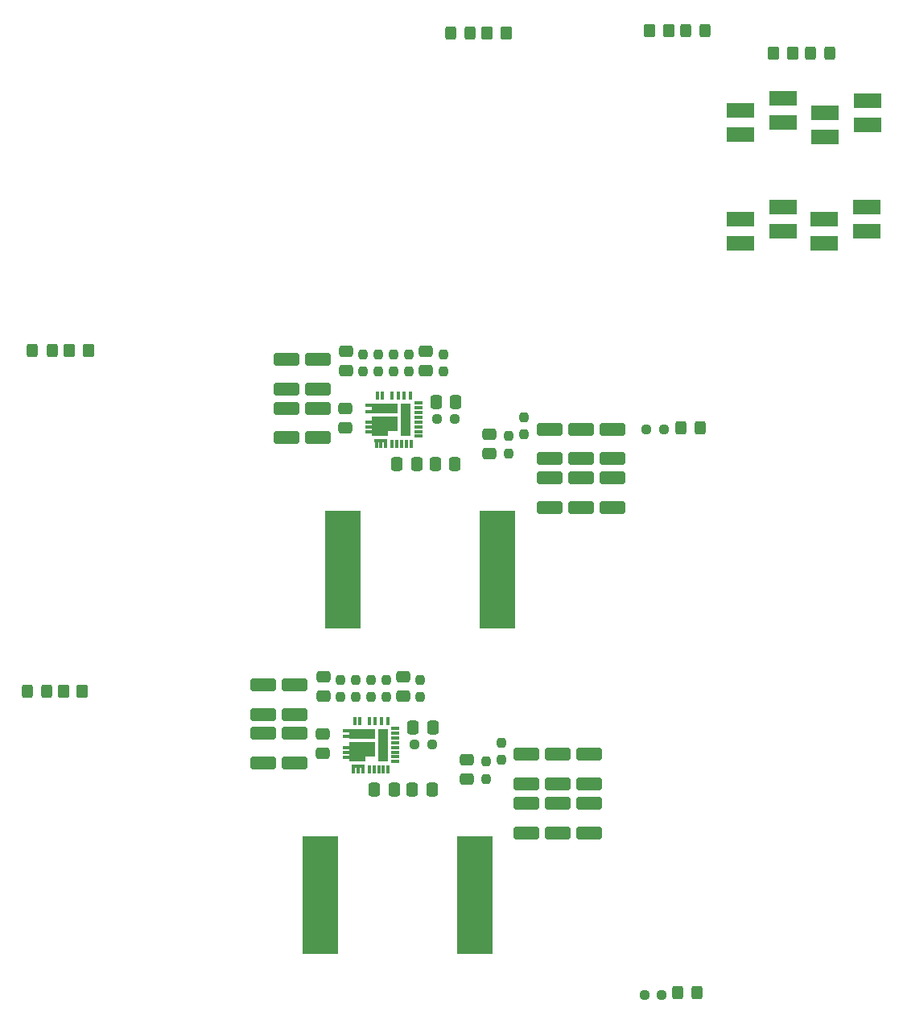
<source format=gbr>
%TF.GenerationSoftware,KiCad,Pcbnew,(6.0.2)*%
%TF.CreationDate,2022-03-05T17:59:28+01:00*%
%TF.ProjectId,Carte_Alim_V6_2022,43617274-655f-4416-9c69-6d5f56365f32,rev?*%
%TF.SameCoordinates,Original*%
%TF.FileFunction,Paste,Top*%
%TF.FilePolarity,Positive*%
%FSLAX46Y46*%
G04 Gerber Fmt 4.6, Leading zero omitted, Abs format (unit mm)*
G04 Created by KiCad (PCBNEW (6.0.2)) date 2022-03-05 17:59:28*
%MOMM*%
%LPD*%
G01*
G04 APERTURE LIST*
G04 Aperture macros list*
%AMRoundRect*
0 Rectangle with rounded corners*
0 $1 Rounding radius*
0 $2 $3 $4 $5 $6 $7 $8 $9 X,Y pos of 4 corners*
0 Add a 4 corners polygon primitive as box body*
4,1,4,$2,$3,$4,$5,$6,$7,$8,$9,$2,$3,0*
0 Add four circle primitives for the rounded corners*
1,1,$1+$1,$2,$3*
1,1,$1+$1,$4,$5*
1,1,$1+$1,$6,$7*
1,1,$1+$1,$8,$9*
0 Add four rect primitives between the rounded corners*
20,1,$1+$1,$2,$3,$4,$5,0*
20,1,$1+$1,$4,$5,$6,$7,0*
20,1,$1+$1,$6,$7,$8,$9,0*
20,1,$1+$1,$8,$9,$2,$3,0*%
G04 Aperture macros list end*
%ADD10R,3.000000X1.500000*%
%ADD11RoundRect,0.250000X0.325000X0.450000X-0.325000X0.450000X-0.325000X-0.450000X0.325000X-0.450000X0*%
%ADD12RoundRect,0.250000X-0.337500X-0.475000X0.337500X-0.475000X0.337500X0.475000X-0.337500X0.475000X0*%
%ADD13RoundRect,0.250000X1.100000X-0.412500X1.100000X0.412500X-1.100000X0.412500X-1.100000X-0.412500X0*%
%ADD14RoundRect,0.250000X-0.350000X-0.450000X0.350000X-0.450000X0.350000X0.450000X-0.350000X0.450000X0*%
%ADD15RoundRect,0.250000X-0.475000X0.337500X-0.475000X-0.337500X0.475000X-0.337500X0.475000X0.337500X0*%
%ADD16RoundRect,0.237500X-0.237500X0.250000X-0.237500X-0.250000X0.237500X-0.250000X0.237500X0.250000X0*%
%ADD17RoundRect,0.250000X-1.100000X0.412500X-1.100000X-0.412500X1.100000X-0.412500X1.100000X0.412500X0*%
%ADD18RoundRect,0.250000X0.475000X-0.337500X0.475000X0.337500X-0.475000X0.337500X-0.475000X-0.337500X0*%
%ADD19RoundRect,0.237500X0.237500X-0.250000X0.237500X0.250000X-0.237500X0.250000X-0.237500X-0.250000X0*%
%ADD20RoundRect,0.250000X-0.325000X-0.450000X0.325000X-0.450000X0.325000X0.450000X-0.325000X0.450000X0*%
%ADD21RoundRect,0.250000X0.337500X0.475000X-0.337500X0.475000X-0.337500X-0.475000X0.337500X-0.475000X0*%
%ADD22R,0.350000X0.950000*%
%ADD23R,0.650000X0.350000*%
%ADD24R,0.950000X0.350000*%
%ADD25R,1.100000X3.400000*%
%ADD26R,2.700000X1.100000*%
%ADD27R,2.700000X1.520000*%
%ADD28R,1.350000X0.300000*%
%ADD29R,1.730000X0.580000*%
%ADD30RoundRect,0.237500X-0.250000X-0.237500X0.250000X-0.237500X0.250000X0.237500X-0.250000X0.237500X0*%
%ADD31RoundRect,0.250000X0.350000X0.450000X-0.350000X0.450000X-0.350000X-0.450000X0.350000X-0.450000X0*%
%ADD32R,3.825000X12.320000*%
G04 APERTURE END LIST*
D10*
%TO.C,J22*%
X134250000Y-50705000D03*
X138750000Y-49435000D03*
X134250000Y-48165000D03*
X138750000Y-46895000D03*
%TD*%
D11*
%TO.C,D5*%
X134875000Y-30750000D03*
X132825000Y-30750000D03*
%TD*%
D12*
%TO.C,C41*%
X90962500Y-108100000D03*
X93037500Y-108100000D03*
%TD*%
D13*
%TO.C,C46*%
X103000000Y-107562500D03*
X103000000Y-104437500D03*
%TD*%
D14*
%TO.C,R13*%
X128950000Y-30750000D03*
X130950000Y-30750000D03*
%TD*%
D15*
%TO.C,C8*%
X84000000Y-62062500D03*
X84000000Y-64137500D03*
%TD*%
D16*
%TO.C,R6*%
X90600000Y-62387500D03*
X90600000Y-64212500D03*
%TD*%
D13*
%TO.C,C51*%
X109600000Y-107562500D03*
X109600000Y-104437500D03*
%TD*%
D17*
%TO.C,C47*%
X103000000Y-109537500D03*
X103000000Y-112662500D03*
%TD*%
D18*
%TO.C,C2*%
X92400000Y-64137500D03*
X92400000Y-62062500D03*
%TD*%
D14*
%TO.C,R14*%
X115950000Y-28400000D03*
X117950000Y-28400000D03*
%TD*%
D19*
%TO.C,R22*%
X91800000Y-98412500D03*
X91800000Y-96587500D03*
%TD*%
D17*
%TO.C,C39*%
X75300000Y-102237500D03*
X75300000Y-105362500D03*
%TD*%
%TO.C,C49*%
X106300000Y-109537500D03*
X106300000Y-112662500D03*
%TD*%
D11*
%TO.C,D7*%
X121755000Y-28405000D03*
X119705000Y-28405000D03*
%TD*%
%TO.C,D6*%
X120912500Y-129500000D03*
X118862500Y-129500000D03*
%TD*%
D13*
%TO.C,C17*%
X112000000Y-73362500D03*
X112000000Y-70237500D03*
%TD*%
D17*
%TO.C,C3*%
X81000000Y-68037500D03*
X81000000Y-71162500D03*
%TD*%
D20*
%TO.C,D4*%
X94975000Y-28600000D03*
X97025000Y-28600000D03*
%TD*%
D18*
%TO.C,C11*%
X99100000Y-72837500D03*
X99100000Y-70762500D03*
%TD*%
D10*
%TO.C,J24*%
X125450000Y-39305000D03*
X129950000Y-38035000D03*
X125450000Y-36765000D03*
X129950000Y-35495000D03*
%TD*%
D21*
%TO.C,C44*%
X93137500Y-101600000D03*
X91062500Y-101600000D03*
%TD*%
D16*
%TO.C,R9*%
X102700000Y-68987500D03*
X102700000Y-70812500D03*
%TD*%
D17*
%TO.C,C37*%
X78600000Y-102237500D03*
X78600000Y-105362500D03*
%TD*%
%TO.C,C13*%
X105400000Y-75337500D03*
X105400000Y-78462500D03*
%TD*%
%TO.C,C50*%
X109600000Y-109537500D03*
X109600000Y-112662500D03*
%TD*%
%TO.C,C16*%
X112000000Y-75337500D03*
X112000000Y-78462500D03*
%TD*%
%TO.C,C5*%
X77700000Y-68037500D03*
X77700000Y-71162500D03*
%TD*%
D16*
%TO.C,R3*%
X87400000Y-62387500D03*
X87400000Y-64212500D03*
%TD*%
D22*
%TO.C,U1*%
X90775000Y-66720000D03*
X90125000Y-66720000D03*
X89475000Y-66720000D03*
X88825000Y-66720000D03*
X87825000Y-66720000D03*
X87325000Y-66720000D03*
D23*
X86400000Y-67725000D03*
X86400000Y-68375000D03*
X86400000Y-69505000D03*
X86400000Y-70005000D03*
X86400000Y-70505000D03*
D22*
X87175000Y-71770000D03*
X87675000Y-71770000D03*
X88175000Y-71770000D03*
X88825000Y-71770000D03*
X89325000Y-71770000D03*
X89825000Y-71770000D03*
X90325000Y-71770000D03*
X90825000Y-71770000D03*
D24*
X91600000Y-70995000D03*
X91600000Y-70495000D03*
X91600000Y-69995000D03*
X91600000Y-69495000D03*
X91600000Y-68995000D03*
X91600000Y-68495000D03*
X91600000Y-67995000D03*
X91600000Y-67495000D03*
D25*
X90275000Y-69245000D03*
D26*
X88075000Y-68045000D03*
D27*
X88075000Y-69655000D03*
D28*
X87675000Y-71445000D03*
D29*
X87590000Y-70705000D03*
%TD*%
D30*
%TO.C,R10*%
X115587500Y-70300000D03*
X117412500Y-70300000D03*
%TD*%
D16*
%TO.C,R26*%
X88200000Y-96587500D03*
X88200000Y-98412500D03*
%TD*%
D31*
%TO.C,R1*%
X56250000Y-97800000D03*
X54250000Y-97800000D03*
%TD*%
D15*
%TO.C,C42*%
X81600000Y-96262500D03*
X81600000Y-98337500D03*
%TD*%
D21*
%TO.C,C43*%
X89037500Y-108100000D03*
X86962500Y-108100000D03*
%TD*%
D13*
%TO.C,C4*%
X77700000Y-66062500D03*
X77700000Y-62937500D03*
%TD*%
D30*
%TO.C,R25*%
X91187500Y-103400000D03*
X93012500Y-103400000D03*
%TD*%
D10*
%TO.C,J26*%
X125450000Y-50705000D03*
X129950000Y-49435000D03*
X125450000Y-48165000D03*
X129950000Y-46895000D03*
%TD*%
D30*
%TO.C,R5*%
X93587500Y-69200000D03*
X95412500Y-69200000D03*
%TD*%
D31*
%TO.C,R12*%
X100800000Y-28600000D03*
X98800000Y-28600000D03*
%TD*%
D21*
%TO.C,C10*%
X95537500Y-67400000D03*
X93462500Y-67400000D03*
%TD*%
D19*
%TO.C,R7*%
X85800000Y-64212500D03*
X85800000Y-62387500D03*
%TD*%
D16*
%TO.C,R29*%
X100300000Y-103187500D03*
X100300000Y-105012500D03*
%TD*%
D13*
%TO.C,C40*%
X78600000Y-100262500D03*
X78600000Y-97137500D03*
%TD*%
D20*
%TO.C,D3*%
X51000000Y-62000000D03*
X53050000Y-62000000D03*
%TD*%
D12*
%TO.C,C7*%
X93362500Y-73900000D03*
X95437500Y-73900000D03*
%TD*%
D20*
%TO.C,D1*%
X50425000Y-97800000D03*
X52475000Y-97800000D03*
%TD*%
D18*
%TO.C,C36*%
X90000000Y-98337500D03*
X90000000Y-96262500D03*
%TD*%
D21*
%TO.C,C9*%
X91437500Y-73900000D03*
X89362500Y-73900000D03*
%TD*%
D31*
%TO.C,R11*%
X56900000Y-62000000D03*
X54900000Y-62000000D03*
%TD*%
D16*
%TO.C,R23*%
X85000000Y-96587500D03*
X85000000Y-98412500D03*
%TD*%
D18*
%TO.C,C45*%
X96700000Y-107037500D03*
X96700000Y-104962500D03*
%TD*%
D15*
%TO.C,C1*%
X83900000Y-68062500D03*
X83900000Y-70137500D03*
%TD*%
%TO.C,C35*%
X81500000Y-102262500D03*
X81500000Y-104337500D03*
%TD*%
D13*
%TO.C,C12*%
X105400000Y-73362500D03*
X105400000Y-70237500D03*
%TD*%
D16*
%TO.C,R28*%
X98700000Y-105187500D03*
X98700000Y-107012500D03*
%TD*%
D19*
%TO.C,R27*%
X83400000Y-98412500D03*
X83400000Y-96587500D03*
%TD*%
%TO.C,R2*%
X94200000Y-64212500D03*
X94200000Y-62387500D03*
%TD*%
D13*
%TO.C,C14*%
X108700000Y-73362500D03*
X108700000Y-70237500D03*
%TD*%
D17*
%TO.C,C15*%
X108700000Y-75337500D03*
X108700000Y-78462500D03*
%TD*%
D13*
%TO.C,C48*%
X106300000Y-107562500D03*
X106300000Y-104437500D03*
%TD*%
D10*
%TO.C,J20*%
X134350000Y-39505000D03*
X138850000Y-38235000D03*
X134350000Y-36965000D03*
X138850000Y-35695000D03*
%TD*%
D30*
%TO.C,R30*%
X115375000Y-129700000D03*
X117200000Y-129700000D03*
%TD*%
D13*
%TO.C,C38*%
X75300000Y-100262500D03*
X75300000Y-97137500D03*
%TD*%
%TO.C,C6*%
X81000000Y-66062500D03*
X81000000Y-62937500D03*
%TD*%
D11*
%TO.C,D2*%
X121225000Y-70100000D03*
X119175000Y-70100000D03*
%TD*%
D22*
%TO.C,U3*%
X88375000Y-100920000D03*
X87725000Y-100920000D03*
X87075000Y-100920000D03*
X86425000Y-100920000D03*
X85425000Y-100920000D03*
X84925000Y-100920000D03*
D23*
X84000000Y-101925000D03*
X84000000Y-102575000D03*
X84000000Y-103705000D03*
X84000000Y-104205000D03*
X84000000Y-104705000D03*
D22*
X84775000Y-105970000D03*
X85275000Y-105970000D03*
X85775000Y-105970000D03*
X86425000Y-105970000D03*
X86925000Y-105970000D03*
X87425000Y-105970000D03*
X87925000Y-105970000D03*
X88425000Y-105970000D03*
D24*
X89200000Y-105195000D03*
X89200000Y-104695000D03*
X89200000Y-104195000D03*
X89200000Y-103695000D03*
X89200000Y-103195000D03*
X89200000Y-102695000D03*
X89200000Y-102195000D03*
X89200000Y-101695000D03*
D25*
X87875000Y-103445000D03*
D26*
X85675000Y-102245000D03*
D27*
X85675000Y-103855000D03*
D28*
X85275000Y-105645000D03*
D29*
X85190000Y-104905000D03*
%TD*%
D16*
%TO.C,R8*%
X101100000Y-70987500D03*
X101100000Y-72812500D03*
%TD*%
D19*
%TO.C,R4*%
X89000000Y-64212500D03*
X89000000Y-62387500D03*
%TD*%
D32*
%TO.C,L1*%
X83677500Y-85000000D03*
X99922500Y-85000000D03*
%TD*%
D19*
%TO.C,R24*%
X86600000Y-98412500D03*
X86600000Y-96587500D03*
%TD*%
D32*
%TO.C,L3*%
X81277500Y-119200000D03*
X97522500Y-119200000D03*
%TD*%
M02*

</source>
